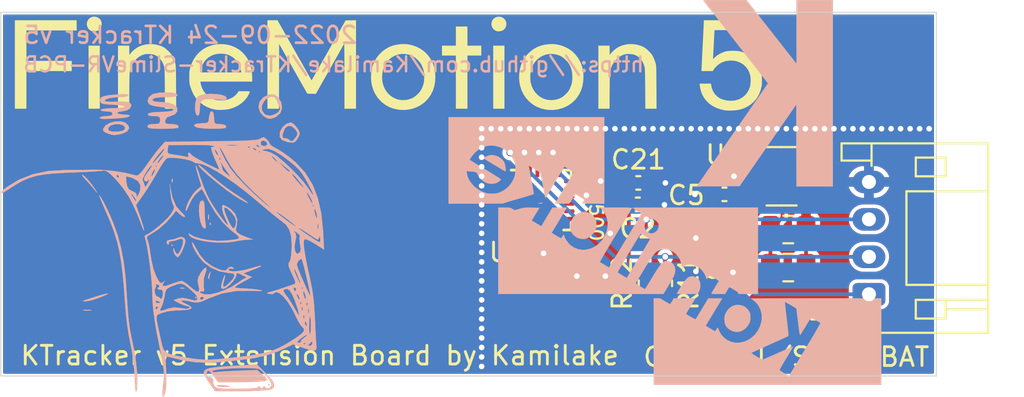
<source format=kicad_pcb>
(kicad_pcb (version 20211014) (generator pcbnew)
  (layers (0 "F.Cu" signal) (31 "B.Cu" signal) (34 "B.Paste" user) (35 "F.Paste" user) (36 "B.SilkS" user "B.Silkscreen") (37 "F.SilkS" user "F.Silkscreen") (38 "B.Mask" user) (39 "F.Mask" user) (44 "Edge.Cuts" user))
  (net 0 "")
  (net 1 "GND")
  (net 2 "+3V3")
  (net 3 "Net-(C7-Pad1)")
  (net 4 "SDA")
  (net 5 "SCL")
  (net 6 "AUX_SDA")
  (net 7 "AUX_SCL")
  (net 8 "VBAT")
  (footprint "Connector_JST:JST_PH_S4B-PH-K_1x04_P2.00mm_Horizontal" (layer "F.Cu") (at 136.488 70.818 90)
    (fp_text reference "J2" (at -1.064 -2.63 90) (layer "F.SilkS") (effects (font (size 0.8 0.8))))
    (fp_text value "Conn_01x04_Female")
    (pad "1" thru_hole roundrect locked (at 0 0 90) (size 1.2 1.75) (drill 0.75) (layers *.Cu *.Mask) (roundrect_rratio 0.2083325) (net 8 "VBAT"))
    (pad "2" thru_hole oval locked (at 2 0 90) (size 1.2 1.75) (drill 0.75) (layers *.Cu *.Mask) (net 4 "SDA"))
    (pad "3" thru_hole oval locked (at 4 0 90) (size 1.2 1.75) (drill 0.75) (layers *.Cu *.Mask) (net 5 "SCL"))
    (pad "4" thru_hole oval locked (at 6 0 90) (size 1.2 1.75) (drill 0.75) (layers *.Cu *.Mask) (net 1 "GND"))
  )
  (footprint "Capacitor_SMD:C_0805_2012Metric" (layer "F.Cu") (at 132.1816 69.3928)
    (fp_text reference "C20" (at -3.1496 0.0762) (layer "F.SilkS"))
    (fp_text value "47uF")
    (pad "1" smd roundrect (at -0.95 0) (size 1 1.45) (layers "F.Cu" "F.Paste" "F.Mask") (net 2 "+3V3"))
    (pad "2" smd roundrect (at 0.95 0) (size 1 1.45) (layers "F.Cu" "F.Paste" "F.Mask") (net 1 "GND"))
  )
  (footprint "Resistor_SMD:R_0402_1005Metric" (layer "F.Cu") (at 124.587 70.231 90)
    (fp_text reference "R12" (at 0 -1.27 90) (layer "F.SilkS"))
    (fp_text value "2.2K")
    (pad "1" smd roundrect (at -0.51 0 90) (size 0.54 0.64) (layers "F.Cu" "F.Paste" "F.Mask") (net 2 "+3V3"))
    (pad "2" smd roundrect (at 0.51 0 90) (size 0.54 0.64) (layers "F.Cu" "F.Paste" "F.Mask") (net 5 "SCL"))
  )
  (footprint "Capacitor_SMD:C_0402_1005Metric" (layer "F.Cu") (at 124.1832 64.8716 180)
    (fp_text reference "C2" (at 0.028 -2.4384) (layer "F.SilkS"))
    (fp_text value "0.1uF")
    (pad "1" smd roundrect (at -0.48 0 180) (size 0.56 0.62) (layers "F.Cu" "F.Paste" "F.Mask") (net 1 "GND"))
    (pad "2" smd roundrect (at 0.48 0 180) (size 0.56 0.62) (layers "F.Cu" "F.Paste" "F.Mask") (net 2 "+3V3"))
  )
  (footprint "Resistor_SMD:R_0402_1005Metric" (layer "F.Cu") (at 125.603 70.231 90)
    (fp_text reference "R11" (at 0 1.27 90) (layer "F.SilkS"))
    (fp_text value "2.2K")
    (pad "1" smd roundrect (at -0.51 0 90) (size 0.54 0.64) (layers "F.Cu" "F.Paste" "F.Mask") (net 2 "+3V3"))
    (pad "2" smd roundrect (at 0.51 0 90) (size 0.54 0.64) (layers "F.Cu" "F.Paste" "F.Mask") (net 4 "SDA"))
  )
  (footprint "Sensor_Motion:InvenSense_QFN-24_3x3mm_P0.4mm" (layer "F.Cu") (at 118.999 65.786)
    (fp_text reference "U9" (at -1.778 2.794) (layer "F.SilkS"))
    (fp_text value "MPU-9250")
    (pad "1" smd roundrect (at -1.5 -1) (size 0.55 0.2) (layers "F.Cu" "F.Paste" "F.Mask"))
    (pad "2" smd roundrect (at -1.5 -0.6) (size 0.55 0.2) (layers "F.Cu" "F.Paste" "F.Mask"))
    (pad "3" smd roundrect (at -1.5 -0.2) (size 0.55 0.2) (layers "F.Cu" "F.Paste" "F.Mask"))
    (pad "4" smd roundrect (at -1.5 0.2) (size 0.55 0.2) (layers "F.Cu" "F.Paste" "F.Mask"))
    (pad "5" smd roundrect (at -1.5 0.6) (size 0.55 0.2) (layers "F.Cu" "F.Paste" "F.Mask"))
    (pad "6" smd roundrect (at -1.5 1) (size 0.55 0.2) (layers "F.Cu" "F.Paste" "F.Mask"))
    (pad "7" smd roundrect (at -1 1.5 90) (size 0.55 0.2) (layers "F.Cu" "F.Paste" "F.Mask") (net 7 "AUX_SCL"))
    (pad "8" smd roundrect (at -0.6 1.5 90) (size 0.55 0.2) (layers "F.Cu" "F.Paste" "F.Mask") (net 2 "+3V3"))
    (pad "9" smd roundrect (at -0.2 1.5 90) (size 0.55 0.2) (layers "F.Cu" "F.Paste" "F.Mask") (net 1 "GND"))
    (pad "10" smd roundrect (at 0.2 1.5 90) (size 0.55 0.2) (layers "F.Cu" "F.Paste" "F.Mask") (net 3 "Net-(C7-Pad1)"))
    (pad "11" smd roundrect (at 0.6 1.5 90) (size 0.55 0.2) (layers "F.Cu" "F.Paste" "F.Mask") (net 1 "GND"))
    (pad "12" smd roundrect (at 1 1.5 90) (size 0.55 0.2) (layers "F.Cu" "F.Paste" "F.Mask"))
    (pad "13" smd roundrect (at 1.5 1) (size 0.55 0.2) (layers "F.Cu" "F.Paste" "F.Mask") (net 2 "+3V3"))
    (pad "14" smd roundrect (at 1.5 0.6) (size 0.55 0.2) (layers "F.Cu" "F.Paste" "F.Mask"))
    (pad "15" smd roundrect (at 1.5 0.2) (size 0.55 0.2) (layers "F.Cu" "F.Paste" "F.Mask"))
    (pad "16" smd roundrect (at 1.5 -0.2) (size 0.55 0.2) (layers "F.Cu" "F.Paste" "F.Mask"))
    (pad "17" smd roundrect (at 1.5 -0.6) (size 0.55 0.2) (layers "F.Cu" "F.Paste" "F.Mask"))
    (pad "18" smd roundrect (at 1.5 -1) (size 0.55 0.2) (layers "F.Cu" "F.Paste" "F.Mask") (net 1 "GND"))
    (pad "19" smd roundrect (at 1 -1.5 90) (size 0.55 0.2) (layers "F.Cu" "F.Paste" "F.Mask"))
    (pad "20" smd roundrect (at 0.6 -1.5 90) (size 0.55 0.2) (layers "F.Cu" "F.Paste" "F.Mask") (net 1 "GND"))
    (pad "21" smd roundrect (at 0.2 -1.5 90) (size 0.55 0.2) (layers "F.Cu" "F.Paste" "F.Mask") (net 6 "AUX_SDA"))
    (pad "22" smd roundrect (at -0.2 -1.5 90) (size 0.55 0.2) (layers "F.Cu" "F.Paste" "F.Mask") (net 2 "+3V3"))
    (pad "23" smd roundrect (at -0.6 -1.5 90) (size 0.55 0.2) (layers "F.Cu" "F.Paste" "F.Mask") (net 5 "SCL"))
    (pad "24" smd roundrect (at -1 -1.5 90) (size 0.55 0.2) (layers "F.Cu" "F.Paste" "F.Mask") (net 4 "SDA"))
  )
  (footprint "kamilib:FineMotion_25mm_empty" (layer "F.Cu") (at 110.744 58.42)
    (fp_text reference "G***")
    (fp_text value "LOGO" hide)
  )
  (footprint "Capacitor_SMD:C_0402_1005Metric" (layer "F.Cu") (at 124.1552 66.0146)
    (fp_text reference "C21" (at 0.028 -2.3876) (layer "F.SilkS"))
    (fp_text value "0.1uF")
    (pad "1" smd roundrect (at -0.48 0) (size 0.56 0.62) (layers "F.Cu" "F.Paste" "F.Mask") (net 2 "+3V3"))
    (pad "2" smd roundrect (at 0.48 0) (size 0.56 0.62) (layers "F.Cu" "F.Paste" "F.Mask") (net 1 "GND"))
  )
  (footprint "Package_TO_SOT_SMD:SOT-23-5" (layer "F.Cu") (at 131.826 64.516)
    (fp_text reference "U1" (at -3.048 -1.143) (layer "F.SilkS"))
    (fp_text value "ME6211C")
    (pad "1" smd roundrect (at -1.1375 -0.95) (size 1.325 0.6) (layers "F.Cu" "F.Paste" "F.Mask") (net 8 "VBAT"))
    (pad "2" smd roundrect (at -1.1375 0) (size 1.325 0.6) (layers "F.Cu" "F.Paste" "F.Mask") (net 1 "GND"))
    (pad "3" smd roundrect (at -1.1375 0.95) (size 1.325 0.6) (layers "F.Cu" "F.Paste" "F.Mask") (net 8 "VBAT"))
    (pad "4" smd roundrect (at 1.1375 0.95) (size 1.325 0.6) (layers "F.Cu" "F.Paste" "F.Mask"))
    (pad "5" smd roundrect (at 1.1375 -0.95) (size 1.325 0.6) (layers "F.Cu" "F.Paste" "F.Mask") (net 2 "+3V3"))
  )
  (footprint "Capacitor_SMD:C_0805_2012Metric" (layer "F.Cu") (at 132.1816 67.3608)
    (fp_text reference "C19" (at -3.1496 0.2032) (layer "F.SilkS"))
    (fp_text value "47uF")
    (pad "1" smd roundrect (at -0.95 0) (size 1 1.45) (layers "F.Cu" "F.Paste" "F.Mask") (net 2 "+3V3"))
    (pad "2" smd roundrect (at 0.95 0) (size 1 1.45) (layers "F.Cu" "F.Paste" "F.Mask") (net 1 "GND"))
  )
  (footprint "Capacitor_SMD:C_0402_1005Metric" (layer "F.Cu") (at 120.4976 68.7324)
    (fp_text reference "C7" (at 0.0254 1.3716) (layer "F.SilkS"))
    (fp_text value "0.1uF")
    (pad "1" smd roundrect (at -0.48 0) (size 0.56 0.62) (layers "F.Cu" "F.Paste" "F.Mask") (net 3 "Net-(C7-Pad1)"))
    (pad "2" smd roundrect (at 0.48 0) (size 0.56 0.62) (layers "F.Cu" "F.Paste" "F.Mask") (net 1 "GND"))
  )
  (footprint "Capacitor_SMD:C_0402_1005Metric" (layer "F.Cu") (at 128.778 65.4812 180)
    (fp_text reference "C5" (at 2.032 -0.0508) (layer "F.SilkS"))
    (fp_text value "10uF")
    (pad "1" smd roundrect (at -0.48 0 180) (size 0.56 0.62) (layers "F.Cu" "F.Paste" "F.Mask") (net 8 "VBAT"))
    (pad "2" smd roundrect (at 0.48 0 180) (size 0.56 0.62) (layers "F.Cu" "F.Paste" "F.Mask") (net 1 "GND"))
  )
  (footprint "kamilib:kamilake_1100dpi" (layer "B.Cu") (at 125.603001 65.056328 180)
    (fp_text reference "G***" hide)
    (fp_text value "LOGO" hide)
  )
  (footprint "kamilib:sleepy300dpi" (layer "B.Cu") (at 98.84 68.16 180)
    (fp_text reference "G***" hide)
    (fp_text value "LOGO" hide)
  )
  (gr_line (start 90.17 55.753) (end 140.081 55.753) (layer "Edge.Cuts") (width 0.05))
  (gr_line (start 140.081 55.753) (end 140.081 75.184) (layer "Edge.Cuts") (width 0.05))
  (gr_line (start 140.081 75.184) (end 90.17 75.184) (layer "Edge.Cuts") (width 0.05))
  (gr_line (start 90.17 75.184) (end 90.17 55.753) (layer "Edge.Cuts") (width 0.05))
  (gr_text "https://github.com/Kamilake/KTracker-SlimeVR-PCB" (at 107.9246 58.547) (layer "B.SilkS") (effects (font (size 0.8 0.8) (thickness 0.13)) (justify mirror)))
  (gr_text "2022-09-24 KTracker v5" (at 100.2792 56.9722) (layer "B.SilkS") (effects (font (size 0.9 0.9) (thickness 0.14)) (justify mirror)))
  (gr_text "KTracker v5 Extension Board by Kamilake" (at 107.188 74.0918) (layer "F.SilkS") (effects (font (size 1 1))))
  (gr_text "GND/SCL/SDA/VBAT" (at 132.08 74.168) (layer "F.SilkS") (effects (font (size 1 1))))
  (gr_text "MPU6500" (at 121.92 65.532 270) (layer "F.SilkS") (effects (font (size 0.7 0.7) (thickness 0.12))))
  (segment (start 119.902414 67.958709) (end 120.188204 67.958709) (width 0.2) (layer "F.Cu") (net 1))
  (segment (start 125.5522 66.0146) (end 125.5776 66.04) (width 0.2) (layer "F.Cu") (net 1))
  (segment (start 119.599 67.655295) (end 119.902414 67.958709) (width 0.2) (layer "F.Cu") (net 1))
  (segment (start 124.6632 64.8716) (end 125.6284 64.8716) (width 0.2) (layer "F.Cu") (net 1))
  (segment (start 124.6632 64.8716) (end 124.6632 65.9866) (width 0.2) (layer "F.Cu") (net 1))
  (segment (start 118.799 67.286) (end 118.799 68.3038) (width 0.2) (layer "F.Cu") (net 1))
  (segment (start 133.1316 69.3928) (end 133.1316 67.3608) (width 0.2) (layer "F.Cu") (net 1))
  (segment (start 128.298 65.4812) (end 127.2032 65.4812) (width 0.2) (layer "F.Cu") (net 1))
  (segment (start 120.790709 67.958709) (end 120.188204 67.958709) (width 0.2) (layer "F.Cu") (net 1))
  (segment (start 119.599 64.286) (end 119.599 63.281) (width 0.2) (layer "F.Cu") (net 1))
  (segment (start 136.488 64.818) (end 136.8502 64.818) (width 0.4) (layer "F.Cu") (net 1))
  (segment (start 119.599 67.286) (end 119.599 67.655295) (width 0.2) (layer "F.Cu") (net 1))
  (segment (start 124.6632 65.9866) (end 124.6352 66.0146) (width 0.2) (layer "F.Cu") (net 1))
  (segment (start 120.9776 68.1456) (end 120.790709 67.958709) (width 0.2) (layer "F.Cu") (net 1))
  (segment (start 124.6352 66.0146) (end 125.5522 66.0146) (width 0.2) (layer "F.Cu") (net 1))
  (segment (start 119.599 63.281) (end 119.634 63.246) (width 0.2) (layer "F.Cu") (net 1))
  (segment (start 136.488 64.818) (end 136.7 64.818) (width 0.2) (layer "F.Cu") (net 1))
  (segment (start 122.158 64.786) (end 122.174 64.77) (width 0.2) (layer "F.Cu") (net 1))
  (segment (start 136.488 64.818) (end 135.6744 64.818) (width 0.2) (layer "F.Cu") (net 1))
  (segment (start 118.799 68.3038) (end 119.126 68.6308) (width 0.2) (layer "F.Cu") (net 1))
  (segment (start 120.499 64.786) (end 122.158 64.786) (width 0.2) (layer "F.Cu") (net 1))
  (segment (start 120.9776 68.7324) (end 120.9776 68.1456) (width 0.2) (layer "F.Cu") (net 1))
  (segment (start 130.6885 64.516) (end 129.286 64.516) (width 0.2) (layer "F.Cu") (net 1))
  (via (at 134.62 61.976) (size 0.4) (drill 0.3) (layers "F.Cu" "B.Cu") (net 1))
  (via (at 125.6284 64.8716) (size 0.4) (drill 0.3) (layers "F.Cu" "B.Cu") (net 1))
  (via (at 118.364 61.976) (size 0.4) (drill 0.3) (layers "F.Cu" "B.Cu") (net 1))
  (via (at 115.824 74.676) (size 0.4) (drill 0.3) (layers "F.Cu" "B.Cu") (net 1))
  (via (at 117.348 61.976) (size 0.4) (drill 0.3) (layers "F.Cu" "B.Cu") (net 1))
  (via (at 118.872 61.976) (size 0.4) (drill 0.3) (layers "F.Cu" "B.Cu") (net 1))
  (via (at 121.92 61.976) (size 0.4) (drill 0.3) (layers "F.Cu" "B.Cu") (net 1))
  (via (at 121.412 61.976) (size 0.4) (drill 0.3) (layers "F.Cu" "B.Cu") (net 1))
  (via (at 115.824 73.152) (size 0.4) (drill 0.3) (layers "F.Cu" "B.Cu") (net 1))
  (via (at 127.2032 65.4812) (size 0.4) (drill 0.3) (layers "F.Cu" "B.Cu") (net 1))
  (via (at 115.824 71.628) (size 0.4) (drill 0.3) (layers "F.Cu" "B.Cu") (net 1))
  (via (at 133.096 61.976) (size 0.4) (drill 0.3) (layers "F.Cu" "B.Cu") (net 1))
  (via (at 115.824 70.612) (size 0.4) (drill 0.3) (layers "F.Cu" "B.Cu") (net 1))
  (via (at 124.46 61.976) (size 0.4) (drill 0.3) (layers "F.Cu" "B.Cu") (net 1))
  (via (at 119.888 61.976) (size 0.4) (drill 0.3) (layers "F.Cu" "B.Cu") (net 1))
  (via (at 137.668 61.976) (size 0.4) (drill 0.3) (layers "F.Cu" "B.Cu") (net 1))
  (via (at 131.064 61.976) (size 0.4) (drill 0.3) (layers "F.Cu" "B.Cu") (net 1))
  (via (at 115.824 69.596) (size 0.4) (drill 0.3) (layers "F.Cu" "B.Cu") (net 1))
  (via (at 133.604 61.976) (size 0.4) (drill 0.3) (layers "F.Cu" "B.Cu") (net 1))
  (via (at 120.904 69.85) (size 0.4) (drill 0.3) (layers "F.Cu" "B.Cu") (net 1))
  (via (at 123.444 61.976) (size 0.4) (drill 0.3) (layers "F.Cu" "B.Cu") (net 1))
  (via (at 119.126 68.6308) (size 0.4) (drill 0.3) (layers "F.Cu" "B.Cu") (net 1))
  (via (at 115.824 67.564) (size 0.4) (drill 0.3) (layers "F.Cu" "B.Cu") (net 1))
  (via (at 132.08 61.976) (size 0.4) (drill 0.3) (layers "F.Cu" "B.Cu") (net 1))
  (via (at 115.824 62.484) (size 0.4) (drill 0.3) (layers "F.Cu" "B.Cu") (net 1))
  (via (at 115.824 64.516) (size 0.4) (drill 0.3) (layers "F.Cu" "B.Cu") (net 1))
  (via (at 122.428 69.85) (size 0.4) (drill 0.3) (layers "F.Cu" "B.Cu") (net 1))
  (via (at 128.524 61.976) (size 0.4) (drill 0.3) (layers "F.Cu" "B.Cu") (net 1))
  (via (at 115.824 64.008) (size 0.4) (drill 0.3) (layers "F.Cu" "B.Cu") (net 1))
  (via (at 119.38 61.976) (size 0.4) (drill 0.3) (layers "F.Cu" "B.Cu") (net 1))
  (via (at 124.968 61.976) (size 0.4) (drill 0.3) (layers "F.Cu" "B.Cu") (net 1))
  (via (at 132.588 61.976) (size 0.4) (drill 0.3) (layers "F.Cu" "B.Cu") (net 1))
  (via (at 135.128 61.976) (size 0.4) (drill 0.3) (layers "F.Cu" "B.Cu") (net 1))
  (via (at 130.048 61.976) (size 0.4) (drill 0.3) (layers "F.Cu" "B.Cu") (net 1))
  (via (at 115.824 74.168) (size 0.4) (drill 0.3) (layers "F.Cu" "B.Cu") (net 1))
  (via (at 119.634 63.246) (size 0.4) (drill 0.3) (layers "F.Cu" "B.Cu") (net 1))
  (via (at 117.856 61.976) (size 0.4) (drill 0.3) (layers "F.Cu" "B.Cu") (net 1))
  (via (at 116.332 61.976) (size 0.4) (drill 0.3) (layers "F.Cu" "B.Cu") (net 1))
  (via (at 115.824 70.104) (size 0.4) (drill 0.3) (layers "F.Cu" "B.Cu") (net 1))
  (via (at 135.636 61.976) (size 0.4) (drill 0.3) (layers "F.Cu" "B.Cu") (net 1))
  (via (at 115.824 70.104) (size 0.4) (drill 0.3) (layers "F.Cu" "B.Cu") (net 1))
  (via (at 115.824 69.088) (size 0.4) (drill 0.3) (layers "F.Cu" "B.Cu") (net 1))
  (via (at 120.904 61.976) (size 0.4) (drill 0.3) (layers "F.Cu" "B.Cu") (net 1))
  (via (at 136.652 61.976) (size 0.4) (drill 0.3) (layers "F.Cu" "B.Cu") (net 1))
  (via (at 127.508 61.976) (size 0.4) (drill 0.3) (layers "F.Cu" "B.Cu") (net 1))
  (via (at 125.5776 66.04) (size 0.4) (drill 0.3) (layers "F.Cu" "B.Cu") (net 1))
  (via (at 115.824 63.5) (size 0.4) (drill 0.3) (layers "F.Cu" "B.Cu") (net 1))
  (via (at 129.286 64.516) (size 0.4) (drill 0.3) (layers "F.Cu" "B.Cu") (net 1))
  (via (at 115.824 65.024) (size 0.4) (drill 0.3) (layers "F.Cu" "B.Cu") (net 1))
  (via (at 136.144 61.976) (size 0.4) (drill 0.3) (layers "F.Cu" "B.Cu") (net 1))
  (via (at 115.824 72.136) (size 0.4) (drill 0.3) (layers "F.Cu" "B.Cu") (net 1))
  (via (at 126.492 61.976) (size 0.4) (drill 0.3) (layers "F.Cu" "B.Cu") (net 1))
  (via (at 115.824 72.644) (size 0.4) (drill 0.3) (layers "F.Cu" "B.Cu") (net 1))
  (via (at 129.54 61.976) (size 0.4) (drill 0.3) (layers "F.Cu" "B.Cu") (net 1))
  (via (at 128.016 61.976) (size 0.4) (drill 0.3) (layers "F.Cu" "B.Cu") (net 1))
  (via (at 138.176 61.976) (size 0.4) (drill 0.3) (layers "F.Cu" "B.Cu") (net 1))
  (via (at 115.824 71.12) (size 0.4) (drill 0.3) (layers "F.Cu" "B.Cu") (net 1))
  (via (at 129.032 61.976) (size 0.4) (drill 0.3) (layers "F.Cu" "B.Cu") (net 1))
  (via (at 139.7 61.976) (size 0.4) (drill 0.3) (layers "F.Cu" "B.Cu") (net 1))
  (via (at 136.144 61.976) (size 0.4) (drill 0.3) (layers "F.Cu" "B.Cu") (net 1))
  (via (at 122.682 67.564) (size 0.4) (drill 0.3) (layers "F.Cu" "B.Cu") (net 1))
  (via (at 122.428 61.976) (size 0.4) (drill 0.3) (layers "F.Cu" "B.Cu") (net 1))
  (via (at 122.936 61.976) (size 0.4) (drill 0.3) (layers "F.Cu" "B.Cu") (net 1))
  (via (at 115.824 66.04) (size 0.4) (drill 0.3) (layers "F.Cu" "B.Cu") (net 1))
  (via (at 115.824 61.976) (size 0.4) (drill 0.3) (layers "F.Cu" "B.Cu") (net 1))
  (via (at 123.952 61.976) (size 0.4) (drill 0.3) (layers "F.Cu" "B.Cu") (net 1))
  (via (at 134.112 61.976) (size 0.4) (drill 0.3) (layers "F.Cu" "B.Cu") (net 1))
  (via (at 122.174 64.77) (size 0.4) (drill 0.3) (layers "F.Cu" "B.Cu") (net 1))
  (via (at 115.824 62.992) (size 0.4) (drill 0.3) (layers "F.Cu" "B.Cu") (net 1))
  (via (at 125.476 61.976) (size 0.4) (drill 0.3) (layers "F.Cu" "B.Cu") (net 1))
  (via (at 139.192 61.976) (size 0.4) (drill 0.3) (layers "F.Cu" "B.Cu") (net 1))
  (via (at 131.572 61.976) (size 0.4) (drill 0.3) (layers "F.Cu" "B.Cu") (net 1))
  (via (at 115.824 68.072) (size 0.4) (drill 0.3) (layers "F.Cu" "B.Cu") (net 1))
  (via (at 115.824 68.58) (size 0.4) (drill 0.3) (layers "F.Cu" "B.Cu") (net 1))
  (via (at 127.254 67.818) (size 0.4) (drill 0.3) (layers "F.Cu" "B.Cu") (net 1))
  (via (at 127.254 69.596) (size 0.4) (drill 0.3) (layers "F.Cu" "B.Cu") (net 1))
  (via (at 120.396 61.976) (size 0.4) (drill 0.3) (layers "F.Cu" "B.Cu") (net 1))
  (via (at 127 61.976) (size 0.4) (drill 0.3) (layers "F.Cu" "B.Cu") (net 1))
  (via (at 115.824 73.66) (size 0.4) (drill 0.3) (layers "F.Cu" "B.Cu") (net 1))
  (via (at 115.824 65.532) (size 0.4) (drill 0.3) (layers "F.Cu" "B.Cu") (net 1))
  (via (at 115.824 67.056) (size 0.4) (drill 0.3) (layers "F.Cu" "B.Cu") (net 1))
  (via (at 130.556 61.976) (size 0.4) (drill 0.3) (layers "F.Cu" "B.Cu") (net 1))
  (via (at 137.16 61.976) (size 0.4) (drill 0.3) (layers "F.Cu" "B.Cu") (net 1))
  (via (at 125.984 61.976) (size 0.4) (drill 0.3) (layers "F.Cu" "B.Cu") (net 1))
  (via (at 116.84 61.976) (size 0.4) (drill 0.3) (layers "F.Cu" "B.Cu") (net 1))
  (via (at 115.824 62.484) (size 0.4) (drill 0.3) (layers "F.Cu" "B.Cu") (net 1))
  (via (at 138.684 61.976) (size 0.4) (drill 0.3) (layers "F.Cu" "B.Cu") (net 1))
  (via (at 115.824 66.548) (size 0.4) (drill 0.3) (layers "F.Cu" "B.Cu") (net 1))
  (segment (start 123.6752 66.0146) (end 123.6498 66.04) (width 0.2) (layer "F.Cu") (net 2))
  (segment (start 121.9454 66.0146) (end 123.6752 66.0146) (width 0.2) (layer "F.Cu") (net 2))
  (segment (start 118.399 69.3262) (end 118.399 67.286) (width 0.2) (layer "F.Cu") (net 2))
  (segment (start 118.399 67.286) (end 118.39948 67.28648) (width 0.2) (layer "F.Cu") (net 2))
  (segment (start 120.499 66.786) (end 121.174 66.786) (width 0.2) (layer "F.Cu") (net 2))
  (segment (start 123.7032 64.8716) (end 123.7032 65.5268) (width 0.2) (layer "F.Cu") (net 2))
  (segment (start 118.799 64.286) (end 118.799 63.319) (width 0.2) (layer "F.Cu") (net 2))
  (segment (start 118.799 63.319) (end 118.872 63.246) (width 0.2) (layer "F.Cu") (net 2))
  (segment (start 131.8768 64.6527) (end 131.8768 66.7156) (width 0.2) (layer "F.Cu") (net 2))
  (segment (start 125.603 70.741) (end 129.8834 70.741) (width 0.2) (layer "F.Cu") (net 2))
  (segment (start 129.8834 70.741) (end 131.2316 69.3928) (width 0.2) (layer "F.Cu") (net 2))
  (segment (start 132.9635 63.566) (end 131.8768 64.6527) (width 0.2) (layer "F.Cu") (net 2))
  (segment (start 125.603 70.741) (end 124.587 70.741) (width 0.2) (layer "F.Cu") (net 2))
  (segment (start 123.6752 66.0146) (end 123.6752 69.8292) (width 0.2) (layer "F.Cu") (net 2))
  (segment (start 131.2316 67.3608) (end 131.2316 69.3928) (width 0.2) (layer "F.Cu") (net 2))
  (segment (start 121.174 66.786) (end 121.9454 66.0146) (width 0.2) (layer "F.Cu") (net 2))
  (segment (start 131.8768 66.7156) (end 131.2316 67.3608) (width 0.2) (layer "F.Cu") (net 2))
  (segment (start 119.8138 70.741) (end 118.399 69.3262) (width 0.2) (layer "F.Cu") (net 2))
  (segment (start 124.587 70.741) (end 119.8138 70.741) (width 0.2) (layer "F.Cu") (net 2))
  (segment (start 123.6752 69.8292) (end 124.587 70.741) (width 0.2) (layer "F.Cu") (net 2))
  (segment (start 123.698 65.532) (end 123.7032 65.5268) (width 0.2) (layer "F.Cu") (net 2))
  (segment (start 123.7032 65.9866) (end 123.6752 66.0146) (width 0.2) (layer "F.Cu") (net 2))
  (segment (start 123.7032 65.5268) (end 123.7032 65.9866) (width 0.2) (layer "F.Cu") (net 2))
  (segment (start 121.412 65.532) (end 123.698 65.532) (width 0.2) (layer "F.Cu") (net 2))
  (via (at 118.872 63.246) (size 0.4) (drill 0.3) (layers "F.Cu" "B.Cu") (net 2))
  (via (at 121.412 65.532) (size 0.4) (drill 0.3) (layers "F.Cu" "B.Cu") (net 2))
  (segment (start 118.872 63.246) (end 121.158 65.532) (width 0.2) (layer "B.Cu") (net 2))
  (segment (start 121.158 65.532) (end 121.412 65.532) (width 0.2) (layer "B.Cu") (net 2))
  (segment (start 120.0176 68.7324) (end 119.199 67.9138) (width 0.2) (layer "F.Cu") (net 3))
  (segment (start 119.199 67.9138) (end 119.199 67.286) (width 0.2) (layer "F.Cu") (net 3))
  (segment (start 119.199 67.286) (end 119.19948 67.28648) (width 0.2) (layer "F.Cu") (net 3))
  (segment (start 117.999 64.286) (end 117.999 63.897) (width 0.2) (layer "F.Cu") (net 4))
  (segment (start 125.603 69.721) (end 125.603 68.834) (width 0.2) (layer "F.Cu") (net 4))
  (segment (start 125.603 68.834) (end 125.619 68.818) (width 0.2) (layer "F.Cu") (net 4))
  (segment (start 117.999 63.897) (end 117.348 63.246) (width 0.2) (layer "F.Cu") (net 4))
  (via (at 117.348 63.246) (size 0.4) (drill 0.3) (layers "F.Cu" "B.Cu") (net 4))
  (via (at 125.619 68.818) (size 0.4) (drill 0.3) (layers "F.Cu" "B.Cu") (net 4))
  (segment (start 123.428 68.818) (end 125.619 68.818) (width 0.2) (layer "B.Cu") (net 4))
  (segment (start 122.92 68.818) (end 123.428 68.818) (width 0.2) (layer "B.Cu") (net 4))
  (segment (start 123.174 68.818) (end 123.428 68.818) (width 0.2) (layer "B.Cu") (net 4))
  (segment (start 125.619 68.818) (end 136.488 68.818) (width 0.2) (layer "B.Cu") (net 4))
  (segment (start 117.348 63.246) (end 122.92 68.818) (width 0.2) (layer "B.Cu") (net 4))
  (segment (start 118.399 63.535) (end 118.11 63.246) (width 0.2) (layer "F.Cu") (net 5))
  (segment (start 124.587 66.834) (end 124.603 66.818) (width 0.2) (layer "F.Cu") (net 5))
  (segment (start 118.399 64.286) (end 118.399 63.535) (width 0.2) (layer "F.Cu") (net 5))
  (segment (start 124.587 69.721) (end 124.587 66.834) (width 0.2) (layer "F.Cu") (net 5))
  (via (at 124.603 66.818) (size 0.4) (drill 0.3) (layers "F.Cu" "B.Cu") (net 5))
  (via (at 118.11 63.246) (size 0.4) (drill 0.3) (layers "F.Cu" "B.Cu") (net 5))
  (segment (start 136.488 66.818) (end 124.603 66.818) (width 0.2) (layer "B.Cu") (net 5))
  (segment (start 118.11 63.246) (end 121.682 66.818) (width 0.2) (layer "B.Cu") (net 5))
  (segment (start 121.682 66.818) (end 124.603 66.818) (width 0.2) (layer "B.Cu") (net 5))
  (segment (start 129.258 65.4812) (end 130.6733 65.4812) (width 0.2) (layer "F.Cu") (net 8))
  (segment (start 129.258 69.624) (end 129.2352 69.6468) (width 0.2) (layer "F.Cu") (net 8))
  (segment (start 128.64848 64.18832) (end 129.2708 63.566) (width 0.2) (layer "F.Cu") (net 8))
  (segment (start 128.64848 64.87168) (end 128.64848 64.18832) (width 0.2) (layer "F.Cu") (net 8))
  (segment (start 130.6733 65.4812) (end 130.6885 65.466) (width 0.2) (layer "F.Cu") (net 8))
  (segment (start 129.258 65.4812) (end 128.64848 64.87168) (width 0.2) (layer "F.Cu") (net 8))
  (segment (start 129.2708 63.566) (end 130.6885 63.566) (width 0.2) (layer "F.Cu") (net 8))
  (segment (start 129.258 65.4812) (end 129.258 69.624) (width 0.2) (layer "F.Cu") (net 8))
  (via (at 129.2352 69.6468) (size 0.4) (drill 0.3) (layers "F.Cu" "B.Cu") (net 8))
  (segment (start 130.4064 70.818) (end 136.488 70.818) (width 0.2) (layer "B.Cu") (net 8))
  (segment (start 129.2352 69.6468) (end 130.4064 70.818) (width 0.2) (layer "B.Cu") (net 8))
  (zone (net 1) (net_name "GND") (layers F&B.Cu) (connect_pads (clearance 0.12)) (min_thickness 0.127) (fill yes (thermal_gap 0.25) (thermal_bridge_width 0.508))
    (polygon (pts (xy 140.08 76.32) (xy 90.17 76.33) (xy 90.17 55.75) (xy 140.08 55.75)))
  )
  (zone (net 0) (net_name "") (layer "F.Cu") (connect_pads (clearance 0)) (min_thickness 0.254)
    (keepout (tracks allowed) (vias allowed) (pads allowed) (copperpour not_allowed) (footprints allowed))
    (fill (thermal_gap 0.508) (thermal_bridge_width 0.508))
    (polygon (pts (xy 120.5 67.36) (xy 117.43 67.37) (xy 117.52 64.3) (xy 120.49 64.29)))
  )
)
</source>
